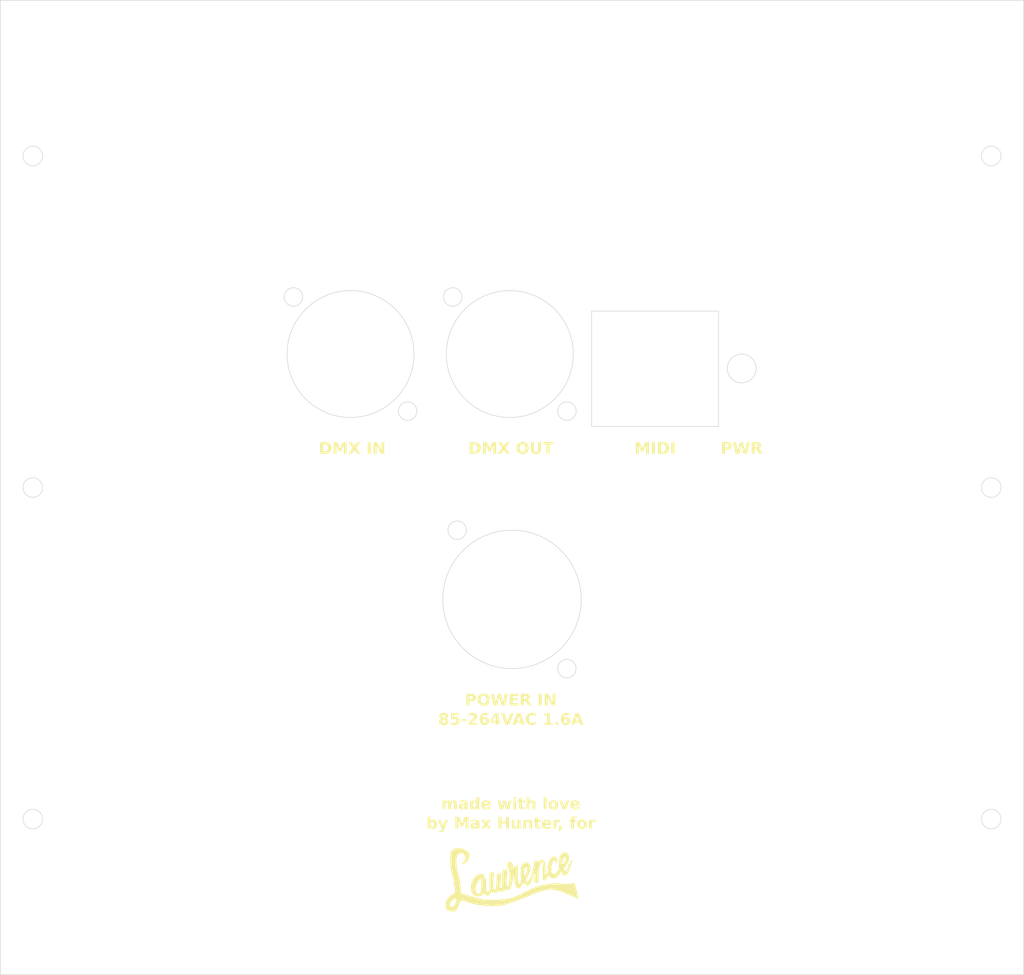
<source format=kicad_pcb>
(kicad_pcb (version 20240108) (generator "pcbnew") (generator_version "8.0")
  (layers (0 "F.Cu" signal) (31 "B.Cu" signal) (34 "B.Paste" user) (35 "F.Paste" user) (36 "B.SilkS" user "B.Silkscreen") (37 "F.SilkS" user "F.Silkscreen") (38 "B.Mask" user) (39 "F.Mask" user) (44 "Edge.Cuts" user))
  (net 0 "")
  (footprint "maxlibrary:lawrence_logo" (layer "F.Cu") (at 110.737211 173.5)
    (property "Reference" "G***" (hide yes))
    (property "Value" "LOGO" (hide yes))
    (fp_poly (pts (xy -4.0132 4.5974) (xy -4.0386 4.6228) (xy -4.064 4.5974) (xy -4.0386 4.572) (xy -4.0132 4.5974)) (stroke (width 0.01)) (fill solid) (layer "F.SilkS"))
    (fp_poly (pts (xy -5.655734 2.963333) (xy -5.662707 2.993533) (xy -5.6896 2.9972) (xy -5.731415 2.978613) (xy -5.723467 2.963333) (xy -5.663179 2.957253) (xy -5.655734 2.963333)) (stroke (width 0.01)) (fill solid) (layer "F.SilkS"))
    (fp_poly (pts (xy 7.2263 -0.186044) (xy 7.232681 -0.167503) (xy 7.1628 -0.160422) (xy 7.090682 -0.168405) (xy 7.0993 -0.186044) (xy 7.203305 -0.192754) (xy 7.2263 -0.186044)) (stroke (width 0.01)) (fill solid) (layer "F.SilkS"))
    (fp_poly (pts (xy -9.074906 -5.431907) (xy -8.860255 -5.421338) (xy -8.727624 -5.40466) (xy -8.6868 -5.3848) (xy -8.643327 -5.346613) (xy -8.5598 -5.334) (xy -8.464332 -5.316611) (xy -8.4328 -5.2832) (xy -8.389327 -5.245013) (xy -8.3058 -5.2324) (xy -8.210332 -5.215011) (xy -8.1788 -5.1816) (xy -8.137655 -5.136532) (xy -8.1026 -5.1308) (xy -8.034997 -5.10337) (xy -8.0264 -5.08) (xy -7.984921 -5.03574) (xy -7.945182 -5.0292) (xy -7.854726 -4.98725) (xy -7.720256 -4.866903) (xy -7.550803 -4.676418) (xy -7.525107 -4.645001) (xy -7.407162 -4.44049) (xy -7.366001 -4.236047) (xy -7.382543 -4.096869) (xy -7.423816 -3.935898) (xy -7.477289 -3.79264) (xy -7.530429 -3.706603) (xy -7.535168 -3.702721) (xy -7.573499 -3.646702) (xy -7.573539 -3.639221) (xy -7.58031 -3.473049) (xy -7.660296 -3.322027) (xy -7.716582 -3.256573) (xy -7.820263 -3.158588) (xy -7.902309 -3.103321) (xy -7.919782 -3.0988) (xy -7.973149 -3.068361) (xy -7.9756 -3.055773) (xy -8.010327 -2.97882) (xy -8.089983 -2.884403) (xy -8.177788 -2.811464) (xy -8.222859 -2.794) (xy -8.277485 -2.759131) (xy -8.2804 -2.7432) (xy -8.325468 -2.711389) (xy -8.438051 -2.693696) (xy -8.4836 -2.6924) (xy -8.613894 -2.698419) (xy -8.671815 -2.731031) (xy -8.68648 -2.812076) (xy -8.6868 -2.8448) (xy -8.67292 -2.953932) (xy -8.614843 -2.993766) (xy -8.563224 -2.9972) (xy -8.446983 -3.036253) (xy -8.407401 -3.0988) (xy -8.347318 -3.181251) (xy -8.293911 -3.2004) (xy -8.239943 -3.215572) (xy -8.244508 -3.232241) (xy -8.245795 -3.294381) (xy -8.205338 -3.401315) (xy -8.202174 -3.407518) (xy -8.150192 -3.563695) (xy -8.129743 -3.745585) (xy -8.140715 -3.916492) (xy -8.182994 -4.039718) (xy -8.204201 -4.064) (xy -8.268851 -4.152423) (xy -8.2804 -4.200849) (xy -8.323007 -4.309933) (xy -8.421743 -4.395863) (xy -8.505372 -4.4196) (xy -8.575272 -4.44594) (xy -8.5852 -4.4704) (xy -8.629344 -4.506069) (xy -8.735704 -4.521197) (xy -8.7376 -4.5212) (xy -8.844606 -4.535915) (xy -8.889989 -4.571368) (xy -8.89 -4.572) (xy -8.932548 -4.613275) (xy -8.9916 -4.6228) (xy -9.074149 -4.601527) (xy -9.0932 -4.572) (xy -9.132332 -4.523256) (xy -9.147629 -4.521201) (xy -9.222883 -4.491702) (xy -9.291116 -4.427383) (xy -9.317849 -4.364509) (xy -9.310915 -4.349448) (xy -9.325732 -4.324225) (xy -9.378443 -4.318) (xy -9.44905 -4.291138) (xy -9.504234 -4.197271) (xy -9.542085 -4.0767) (xy -9.59369 -3.887765) (xy -9.645099 -3.705026) (xy -9.659583 -3.654969) (xy -9.68409 -3.497191) (xy -9.693174 -3.264994) (xy -9.688559 -2.984103) (xy -9.671971 -2.680241) (xy -9.645135 -2.379131) (xy -9.609777 -2.106499) (xy -9.567621 -1.888067) (xy -9.533702 -1.778) (xy -9.487143 -1.622896) (xy -9.441897 -1.399159) (xy -9.41139 -1.1938) (xy -9.382943 -1.056999) (xy -9.344016 -0.967997) (xy -9.332971 -0.957226) (xy -9.290297 -0.886525) (xy -9.267438 -0.779426) (xy -9.246472 -0.638581) (xy -9.209686 -0.461933) (xy -9.196108 -0.4064) (xy -9.130817 -0.104907) (xy -9.067575 0.271202) (xy -9.00951 0.694947) (xy -8.959748 1.139348) (xy -8.921417 1.577427) (xy -8.897644 1.982204) (xy -8.891407 2.2225) (xy -8.88003 2.336352) (xy -8.828949 2.380775) (xy -8.7376 2.3876) (xy -8.630595 2.402314) (xy -8.585212 2.437767) (xy -8.5852 2.4384) (xy -8.540543 2.471977) (xy -8.430734 2.488761) (xy -8.4074 2.4892) (xy -8.28988 2.501959) (xy -8.231136 2.533333) (xy -8.2296 2.54) (xy -8.184943 2.573577) (xy -8.075134 2.590361) (xy -8.0518 2.5908) (xy -7.93428 2.603559) (xy -7.875536 2.634933) (xy -7.874 2.6416) (xy -7.829857 2.677268) (xy -7.723497 2.692396) (xy -7.7216 2.6924) (xy -7.614595 2.707114) (xy -7.569212 2.742567) (xy -7.5692 2.7432) (xy -7.525057 2.778868) (xy -7.418697 2.793996) (xy -7.4168 2.794) (xy -7.309795 2.808714) (xy -7.264412 2.844167) (xy -7.2644 2.8448) (xy -7.219333 2.876611) (xy -7.10675 2.894304) (xy -7.0612 2.8956) (xy -6.933956 2.906866) (xy -6.863182 2.935012) (xy -6.858 2.9464) (xy -6.813343 2.979977) (xy -6.703534 2.996761) (xy -6.6802 2.9972) (xy -6.56268 3.009959) (xy -6.503936 3.041333) (xy -6.5024 3.048) (xy -6.458927 3.086187) (xy -6.3754 3.0988) (xy -6.279932 3.116189) (xy -6.2484 3.1496) (xy -6.20296 3.17973) (xy -6.087836 3.197941) (xy -6.016802 3.2004) (xy -5.875608 3.210061) (xy -5.814981 3.236591) (xy -5.8166 3.2512) (xy -5.793736 3.284551) (xy -5.686421 3.301049) (xy -5.641799 3.302) (xy -5.513451 3.313113) (xy -5.441329 3.340922) (xy -5.4356 3.3528) (xy -5.388904 3.379287) (xy -5.265021 3.397442) (xy -5.102402 3.4036) (xy -4.916886 3.410569) (xy -4.81518 3.430398) (xy -4.8006 3.4544) (xy -4.761088 3.470738) (xy -4.621312 3.48397) (xy -4.382565 3.49405) (xy -4.046138 3.500936) (xy -3.613321 3.504584) (xy -3.302 3.5052) (xy -2.810928 3.503552) (xy -2.415456 3.49864) (xy -2.116876 3.490506) (xy -1.916478 3.479194) (xy -1.815555 3.464749) (xy -1.8034 3.4544) (xy -1.774199 3.42675) (xy -1.651929 3.409428) (xy -1.450799 3.4036) (xy -1.257713 3.397341) (xy -1.122998 3.380382) (xy -1.067243 3.355446) (xy -1.0668 3.3528) (xy -1.020869 3.32498) (xy -0.902386 3.306528) (xy -0.7874 3.302) (xy -0.605344 3.291846) (xy -0.517872 3.260619) (xy -0.508 3.238133) (xy -0.469938 3.198201) (xy -0.348786 3.188611) (xy -0.272923 3.192964) (xy -0.124546 3.196543) (xy -0.068469 3.175179) (xy -0.072721 3.15523) (xy -0.056653 3.114401) (xy 0.056514 3.098931) (xy 0.073201 3.0988) (xy 0.191907 3.086237) (xy 0.252133 3.055283) (xy 0.254 3.048) (xy 0.296675 3.007124) (xy 0.358598 2.9972) (xy 0.42884 2.977644) (xy 0.4318 2.9464) (xy 0.453261 2.911832) (xy 0.556754 2.895974) (xy 0.581201 2.8956) (xy 0.699907 2.883037) (xy 0.760133 2.852083) (xy 0.762 2.8448) (xy 0.805473 2.806612) (xy 0.889 2.794) (xy 0.984468 2.77661) (xy 1.016 2.7432) (xy 1.059473 2.705012) (xy 1.143 2.6924) (xy 1.238468 2.67501) (xy 1.27 2.6416) (xy 1.312547 2.600325) (xy 1.3716 2.5908) (xy 1.454148 2.569526) (xy 1.4732 2.54) (xy 1.515747 2.498725) (xy 1.5748 2.4892) (xy 1.657348 2.467926) (xy 1.6764 2.4384) (xy 1.718947 2.397125) (xy 1.778 2.3876) (xy 1.860548 2.366326) (xy 1.8796 2.3368) (xy 1.920745 2.291731) (xy 1.9558 2.286) (xy 2.023403 2.258569) (xy 2.032 2.2352) (xy 2.074547 2.193925) (xy 2.1336 2.1844) (xy 2.216148 2.163126) (xy 2.2352 2.1336) (xy 2.277747 2.092325) (xy 2.3368 2.0828) (xy 2.419348 2.061526) (xy 2.4384 2.032) (xy 2.480947 1.990725) (xy 2.54 1.9812) (xy 2.622548 1.959926) (xy 2.6416 1.9304) (xy 2.684147 1.889125) (xy 2.7432 1.8796) (xy 2.825748 1.858326) (xy 2.8448 1.8288) (xy 2.885945 1.783731) (xy 2.921 1.778) (xy 2.988603 1.750569) (xy 2.9972 1.7272) (xy 3.041464 1.692011) (xy 3.148632 1.676441) (xy 3.155035 1.6764) (xy 3.266128 1.661955) (xy 3.289046 1.615265) (xy 3.286672 1.608131) (xy 3.295045 1.560983) (xy 3.382837 1.563253) (xy 3.477022 1.561722) (xy 3.5052 1.529922) (xy 3.547689 1.483859) (xy 3.6068 1.4732) (xy 3.689348 1.451926) (xy 3.7084 1.4224) (xy 3.751873 1.384212) (xy 3.8354 1.3716) (xy 3.930868 1.35421) (xy 3.9624 1.3208) (xy 4.00711 1.287446) (xy 4.117277 1.270524) (xy 4.143198 1.27) (xy 4.258786 1.257966) (xy 4.295551 1.226134) (xy 4.2926 1.2192) (xy 4.310585 1.18153) (xy 4.391201 1.1684) (xy 4.488095 1.151376) (xy 4.5212 1.1176) (xy 4.565343 1.081931) (xy 4.671703 1.066803) (xy 4.6736 1.0668) (xy 4.780605 1.052085) (xy 4.825988 1.016632) (xy 4.826 1.016) (xy 4.872319 0.989002) (xy 4.993539 0.970678) (xy 5.133798 0.9652) (xy 5.308918 0.957711) (xy 5.40097 0.93654) (xy 5.4102 0.9144) (xy 5.439097 0.886369) (xy 5.560623 0.868741) (xy 5.750101 0.862822) (xy 5.945447 0.857774) (xy 6.044522 0.8431) (xy 6.052274 0.81796) (xy 6.0452 0.812799) (xy 6.040131 0.786348) (xy 6.126214 0.770023) (xy 6.307981 0.763109) (xy 6.3627 0.762777) (xy 6.558865 0.756277) (xy 6.696553 0.739402) (xy 6.755561 0.714802) (xy 6.7564 0.7112) (xy 6.805827 0.690956) (xy 6.948794 0.675441) (xy 7.177329 0.665152) (xy 7.483459 0.660588) (xy 7.5692 0.6604) (xy 7.893088 0.663489) (xy 8.14133 0.672424) (xy 8.305953 0.686708) (xy 8.378985 0.705841) (xy 8.382 0.7112) (xy 8.431581 0.730809) (xy 8.575613 0.745998) (xy 8.807022 0.756362) (xy 9.11874 0.761499) (xy 9.271 0.762) (xy 9.614161 0.759166) (xy 9.879967 0.750936) (xy 10.061348 0.737712) (xy 10.151233 0.7199) (xy 10.16 0.7112) (xy 10.204143 0.675531) (xy 10.310503 0.660403) (xy 10.3124 0.6604) (xy 10.419405 0.645685) (xy 10.464788 0.610232) (xy 10.4648 0.6096) (xy 10.509221 0.575045) (xy 10.617442 0.55895) (xy 10.630169 0.5588) (xy 10.743257 0.571448) (xy 10.810096 0.628255) (xy 10.862297 0.7493) (xy 10.910127 0.9141) (xy 10.956374 1.118028) (xy 10.974915 1.2192) (xy 11.021839 1.437652) (xy 11.088833 1.674704) (xy 11.123788 1.777282) (xy 11.181299 1.957526) (xy 11.21869 2.122026) (xy 11.2268 2.199722) (xy 11.243106 2.339106) (xy 11.273507 2.430753) (xy 11.309876 2.534148) (xy 11.344568 2.687678) (xy 11.353799 2.743199) (xy 11.384872 2.90224) (xy 11.422138 3.028725) (xy 11.434092 3.055646) (xy 11.482168 3.194108) (xy 11.446571 3.275629) (xy 11.3284 3.302) (xy 11.221394 3.287285) (xy 11.176011 3.251832) (xy 11.176 3.2512) (xy 11.132894 3.211728) (xy 11.060214 3.2004) (xy 10.940896 3.161291) (xy 10.871199 3.0988) (xy 10.768995 3.018834) (xy 10.682185 2.9972) (xy 10.592221 2.978287) (xy 10.5664 2.9464) (xy 10.523852 2.905125) (xy 10.4648 2.8956) (xy 10.382251 2.874326) (xy 10.3632 2.8448) (xy 10.319726 2.806612) (xy 10.2362 2.794) (xy 10.140731 2.77661) (xy 10.1092 2.7432) (xy 10.065726 2.705012) (xy 9.9822 2.6924) (xy 9.886731 2.67501) (xy 9.8552 2.6416) (xy 9.812652 2.600325) (xy 9.7536 2.5908) (xy 9.671051 2.569526) (xy 9.652 2.54) (xy 9.607856 2.504331) (xy 9.501496 2.489203) (xy 9.4996 2.4892) (xy 9.392594 2.474485) (xy 9.347211 2.439032) (xy 9.3472 2.4384) (xy 9.304652 2.397125) (xy 9.2456 2.3876) (xy 9.163051 2.366326) (xy 9.144 2.3368) (xy 9.099856 2.301131) (xy 8.993496 2.286003) (xy 8.9916 2.286) (xy 8.884594 2.271285) (xy 8.839211 2.235832) (xy 8.8392 2.2352) (xy 8.795726 2.197012) (xy 8.7122 2.1844) (xy 8.616731 2.16701) (xy 8.5852 2.1336) (xy 8.541726 2.095412) (xy 8.4582 2.0828) (xy 8.362731 2.06541) (xy 8.3312 2.032) (xy 8.286542 1.998422) (xy 8.176733 1.981638) (xy 8.1534 1.9812) (xy 8.035879 1.96844) (xy 7.977135 1.937066) (xy 7.9756 1.9304) (xy 7.931388 1.894998) (xy 7.824577 1.87962) (xy 7.820201 1.8796) (xy 7.718647 1.865841) (xy 7.695198 1.830542) (xy 7.6962 1.8288) (xy 7.667574 1.800604) (xy 7.546521 1.783246) (xy 7.366 1.778) (xy 7.169304 1.77153) (xy 7.057191 1.753016) (xy 7.0358 1.7272) (xy 7.007885 1.69834) (xy 6.88837 1.680966) (xy 6.731 1.6764) (xy 6.544282 1.683312) (xy 6.441458 1.702994) (xy 6.4262 1.7272) (xy 6.397574 1.755395) (xy 6.276521 1.772753) (xy 6.096 1.778) (xy 5.899304 1.784469) (xy 5.787191 1.802983) (xy 5.7658 1.8288) (xy 5.742935 1.862151) (xy 5.63562 1.878649) (xy 5.590998 1.8796) (xy 5.46265 1.890713) (xy 5.390528 1.918522) (xy 5.3848 1.9304) (xy 5.339732 1.962211) (xy 5.227149 1.979904) (xy 5.1816 1.9812) (xy 5.054355 1.992466) (xy 4.983581 2.020612) (xy 4.9784 2.032) (xy 4.933689 2.065353) (xy 4.823522 2.082275) (xy 4.797601 2.0828) (xy 4.682013 2.094833) (xy 4.645248 2.126665) (xy 4.6482 2.1336) (xy 4.626738 2.168167) (xy 4.523245 2.184025) (xy 4.498798 2.1844) (xy 4.380092 2.196962) (xy 4.319866 2.227916) (xy 4.318 2.2352) (xy 4.275452 2.276474) (xy 4.2164 2.286) (xy 4.133851 2.307273) (xy 4.1148 2.3368) (xy 4.070656 2.372468) (xy 3.964296 2.387596) (xy 3.9624 2.3876) (xy 3.855394 2.402314) (xy 3.810011 2.437767) (xy 3.81 2.4384) (xy 3.765856 2.474068) (xy 3.659496 2.489196) (xy 3.6576 2.4892) (xy 3.550594 2.503914) (xy 3.505211 2.539367) (xy 3.5052 2.54) (xy 3.461726 2.578187) (xy 3.3782 2.5908) (xy 3.282731 2.608189) (xy 3.2512 2.6416) (xy 3.210054 2.686668) (xy 3.175 2.6924) (xy 3.107396 2.71983) (xy 3.0988 2.7432) (xy 3.055326 2.781387) (xy 2.9718 2.794) (xy 2.876331 2.811389) (xy 2.8448 2.8448) (xy 2.802252 2.886074) (xy 2.7432 2.8956) (xy 2.660651 2.916873) (xy 2.6416 2.9464) (xy 2.599052 2.987674) (xy 2.54 2.9972) (xy 2.457451 3.018473) (xy 2.4384 3.048) (xy 2.394256 3.083668) (xy 2.287896 3.098796) (xy 2.286 3.0988) (xy 2.178994 3.113514) (xy 2.133611 3.148967) (xy 2.1336 3.1496) (xy 2.088942 3.183177) (xy 1.979133 3.199961) (xy 1.9558 3.2004) (xy 1.838279 3.213159) (xy 1.779535 3.244533) (xy 1.778 3.2512) (xy 1.734526 3.289387) (xy 1.651 3.302) (xy 1.555531 3.319389) (xy 1.524 3.3528) (xy 1.480436 3.390663) (xy 1.394001 3.4036) (xy 1.307571 3.419725) (xy 1.2954 3.4544) (xy 1.277414 3.492069) (xy 1.196798 3.5052) (xy 1.099904 3.522223) (xy 1.0668 3.556) (xy 1.024252 3.597274) (xy 0.9652 3.6068) (xy 0.882651 3.628073) (xy 0.8636 3.6576) (xy 0.818942 3.691177) (xy 0.709133 3.707961) (xy 0.6858 3.7084) (xy 0.568279 3.721159) (xy 0.509535 3.752533) (xy 0.508 3.7592) (xy 0.463788 3.794601) (xy 0.356977 3.809979) (xy 0.352601 3.81) (xy 0.251047 3.823758) (xy 0.227598 3.859057) (xy 0.2286 3.8608) (xy 0.205581 3.894018) (xy 0.09786 3.910573) (xy 0.0508 3.9116) (xy -0.079458 3.922175) (xy -0.129932 3.950817) (xy -0.127 3.9624) (xy -0.144986 4.000069) (xy -0.225602 4.0132) (xy -0.322496 4.030223) (xy -0.3556 4.064) (xy -0.400668 4.095811) (xy -0.513251 4.113504) (xy -0.5588 4.1148) (xy -0.686045 4.126066) (xy -0.756819 4.154212) (xy -0.762 4.1656) (xy -0.806144 4.201268) (xy -0.912504 4.216396) (xy -0.9144 4.2164) (xy -1.021406 4.231114) (xy -1.066789 4.266567) (xy -1.0668 4.2672) (xy -1.110944 4.302868) (xy -1.217304 4.317996) (xy -1.2192 4.318) (xy -1.326206 4.332714) (xy -1.371589 4.368167) (xy -1.3716 4.3688) (xy -1.417041 4.39893) (xy -1.532165 4.417141) (xy -1.603199 4.4196) (xy -1.744393 4.429261) (xy -1.80502 4.455791) (xy -1.8034 4.4704) (xy -1.839503 4.491253) (xy -1.973934 4.507949) (xy -2.2035 4.520264) (xy -2.525005 4.527977) (xy -2.651302 4.52948) (xy -2.96656 4.534076) (xy -3.181886 4.540967) (xy -3.296848 4.550122) (xy -3.311008 4.561512) (xy -3.2512 4.572) (xy -3.127045 4.588206) (xy -3.078023 4.598893) (xy -3.110948 4.605786) (xy -3.232635 4.610607) (xy -3.419299 4.614519) (xy -3.649082 4.613516) (xy -3.7903 4.600826) (xy -3.837186 4.577041) (xy -3.8354 4.572) (xy -3.869398 4.549214) (xy -4.000768 4.532961) (xy -4.225474 4.523564) (xy -4.4704 4.5212) (xy -4.767042 4.517534) (xy -4.973586 4.506754) (xy -5.085995 4.489182) (xy -5.1054 4.4704) (xy -5.135825 4.443933) (xy -5.260586 4.426754) (xy -5.472772 4.419725) (xy -5.5118 4.4196) (xy -5.736531 4.414171) (xy -5.874876 4.398462) (xy -5.919924 4.373337) (xy -5.9182 4.3688) (xy -5.946115 4.33994) (xy -6.06563 4.322566) (xy -6.223 4.318) (xy -6.409718 4.311087) (xy -6.512542 4.291405) (xy -6.5278 4.2672) (xy -6.552033 4.235038) (xy -6.662883 4.218108) (xy -6.731 4.2164) (xy -6.873621 4.206848) (xy -6.93557 4.180579) (xy -6.9342 4.1656) (xy -6.957065 4.132248) (xy -7.06438 4.11575) (xy -7.109002 4.1148) (xy -7.23735 4.103686) (xy -7.309472 4.075877) (xy -7.3152 4.064) (xy -7.359344 4.028331) (xy -7.465704 4.013203) (xy -7.4676 4.0132) (xy -7.574606 3.998485) (xy -7.619989 3.963032) (xy -7.62 3.9624) (xy -7.663474 3.924212) (xy -7.747 3.9116) (xy -7.842469 3.89421) (xy -7.874 3.8608) (xy -7.918144 3.825131) (xy -8.024504 3.810003) (xy -8.0264 3.81) (xy -8.133406 3.795285) (xy -8.178789 3.759832) (xy -8.1788 3.7592) (xy -8.222944 3.723531) (xy -8.329304 3.708403) (xy -8.3312 3.7084) (xy -8.438206 3.693685) (xy -8.483589 3.658232) (xy -8.4836 3.6576) (xy -8.526148 3.616325) (xy -8.5852 3.6068) (xy -8.667749 3.628073) (xy -8.6868 3.6576) (xy -8.729628 3.69799) (xy -8.795142 3.7084) (xy -8.917168 3.75154) (xy -9.027131 3.855944) (xy -9.089246 3.984081) (xy -9.0932 4.020972) (xy -9.113569 4.099241) (xy -9.138443 4.1148) (xy -9.175823 4.159152) (xy -9.206249 4.267206) (xy -9.208273 4.2799) (xy -9.251203 4.467351) (xy -9.318258 4.658092) (xy -9.39378 4.811357) (xy -9.432773 4.8644) (xy -9.499125 4.96661) (xy -9.525096 5.0295) (xy -9.569251 5.111397) (xy -9.6012 5.1308) (xy -9.649987 5.172667) (xy -9.6774 5.2324) (xy -9.733851 5.314775) (xy -9.782424 5.334) (xy -9.8478 5.362546) (xy -9.8552 5.3848) (xy -9.896346 5.429868) (xy -9.9314 5.4356) (xy -9.999004 5.46303) (xy -10.0076 5.4864) (xy -10.054876 5.511996) (xy -10.182847 5.529837) (xy -10.370734 5.537152) (xy -10.3886 5.5372) (xy -10.580577 5.530896) (xy -10.714385 5.513833) (xy -10.769244 5.488782) (xy -10.7696 5.4864) (xy -10.812148 5.445125) (xy -10.8712 5.4356) (xy -10.953749 5.414326) (xy -10.9728 5.3848) (xy -11.016382 5.347003) (xy -11.103429 5.334) (xy -11.224162 5.312877) (xy -11.324209 5.237096) (xy -11.425086 5.088036) (xy -11.458479 5.026716) (xy -11.510359 4.87627) (xy -11.54224 4.675404) (xy -11.554858 4.454197) (xy -10.808779 4.454197) (xy -10.736468 4.605477) (xy -10.7315 4.611794) (xy -10.644101 4.678646) (xy -10.530808 4.718239) (xy -10.426778 4.724676) (xy -10.367167 4.692056) (xy -10.3632 4.6736) (xy -10.321192 4.630742) (xy -10.272815 4.6228) (xy -10.1746 4.584471) (xy -10.1092 4.5212) (xy -10.031931 4.442735) (xy -9.979453 4.4196) (xy -9.92314 4.379141) (xy -9.91718 4.3561) (xy -9.894274 4.248233) (xy -9.850142 4.115893) (xy -9.798892 3.994714) (xy -9.754636 3.920326) (xy -9.74117 3.9116) (xy -9.718452 3.866889) (xy -9.705952 3.756185) (xy -9.70417 3.614627) (xy -9.713606 3.477357) (xy -9.733636 3.382354) (xy -9.80388 3.311948) (xy -9.915103 3.318766) (xy -10.044144 3.401236) (xy -10.046697 3.4036) (xy -10.142894 3.477282) (xy -10.21037 3.5052) (xy -10.290243 3.543999) (xy -10.403471 3.644672) (xy -10.528464 3.783632) (xy -10.643633 3.937292) (xy -10.714929 4.056411) (xy -10.801781 4.277251) (xy -10.808779 4.454197) (xy -11.554858 4.454197) (xy -11.555356 4.445472) (xy -11.550939 4.207829) (xy -11.530225 3.983826) (xy -11.494445 3.794819) (xy -11.444834 3.662161) (xy -11.382625 3.607205) (xy -11.376461 3.6068) (xy -11.329278 3.565175) (xy -11.304916 3.511233) (xy -11.249392 3.402318) (xy -11.174492 3.300261) (xy -11.101367 3.186022) (xy -11.0744 3.091027) (xy -11.038192 3.012752) (xy -10.993182 2.9972) (xy -10.909003 2.962299) (xy -10.799898 2.875454) (xy -10.7696 2.8448) (xy -10.668708 2.748892) (xy -10.591112 2.696007) (xy -10.576854 2.6924) (xy -10.515919 2.652105) (xy -10.499373 2.621785) (xy -10.463944 2.572267) (xy -10.383547 2.512074) (xy -10.242278 2.431093) (xy -10.024232 2.319213) (xy -10.020697 2.317448) (xy -9.965676 2.281871) (xy -9.931863 2.227363) (xy -9.914133 2.13144) (xy -9.907359 1.97162) (xy -9.906397 1.8161) (xy -9.91088 1.617849) (xy -9.923203 1.465153) (xy -9.941105 1.380995) (xy -9.950112 1.3716) (xy -9.984186 1.326573) (xy -10.017905 1.213275) (xy -10.028703 1.1557) (xy -10.090265 0.764804) (xy -10.136678 0.456929) (xy -10.17043 0.215036) (xy -10.193637 0.0254) (xy -10.216398 -0.125393) (xy -10.243174 -0.229099) (xy -10.257303 -0.254) (xy -10.285118 -0.31686) (xy -10.328217 -0.476943) (xy -10.386798 -0.735099) (xy -10.461055 -1.092174) (xy -10.519112 -1.3843) (xy -10.558957 -1.587014) (xy -10.603438 -1.812474) (xy -10.619232 -1.8923) (xy -10.642195 -2.053866) (xy -10.664978 -2.294239) (xy -10.686506 -2.590629) (xy -10.705703 -2.920247) (xy -10.721494 -3.260303) (xy -10.732804 -3.588009) (xy -10.738557 -3.880574) (xy -10.737679 -4.11521) (xy -10.730683 -4.2545) (xy -10.707516 -4.403459) (xy -10.675976 -4.500263) (xy -10.654543 -4.5212) (xy -10.627817 -4.564631) (xy -10.635268 -4.674946) (xy -10.636183 -4.679611) (xy -10.644904 -4.782363) (xy -10.612397 -4.870783) (xy -10.523076 -4.977192) (xy -10.464674 -5.035211) (xy -10.346372 -5.143655) (xy -10.255667 -5.215277) (xy -10.221957 -5.232401) (xy -10.165175 -5.269079) (xy -10.1092 -5.334) (xy -10.071273 -5.37545) (xy -10.015899 -5.403852) (xy -9.925208 -5.421634) (xy -9.781329 -5.431225) (xy -9.566391 -5.435051) (xy -9.361386 -5.4356) (xy -9.074906 -5.431907)) (stroke (width 0.01)) (fill solid) (layer "F.SilkS"))
    (fp_poly (pts (xy 9.333619 -4.7371) (xy 9.416626 -4.655815) (xy 9.471087 -4.6228) (xy 9.551053 -4.577973) (xy 9.644984 -4.460247) (xy 9.740163 -4.294757) (xy 9.82387 -4.106638) (xy 9.883389 -3.921026) (xy 9.905999 -3.76328) (xy 9.891329 -3.606541) (xy 9.854257 -3.456015) (xy 9.805192 -3.343824) (xy 9.756525 -3.302) (xy 9.729971 -3.258057) (xy 9.713441 -3.1623) (xy 9.688733 -3.054282) (xy 9.651562 -3.005667) (xy 9.609537 -2.947663) (xy 9.6012 -2.891367) (xy 9.58124 -2.811113) (xy 9.555369 -2.794) (xy 9.508739 -2.751284) (xy 9.458631 -2.647856) (xy 9.456412 -2.6416) (xy 9.406353 -2.536036) (xy 9.357969 -2.489325) (xy 9.356005 -2.4892) (xy 9.305993 -2.447215) (xy 9.249227 -2.345423) (xy 9.246128 -2.338077) (xy 9.167333 -2.188706) (xy 9.085516 -2.073942) (xy 9.017855 -1.953125) (xy 8.997021 -1.783558) (xy 8.998571 -1.718332) (xy 9.012707 -1.571346) (xy 9.039704 -1.515185) (xy 9.067869 -1.524058) (xy 9.149365 -1.53948) (xy 9.181923 -1.516557) (xy 9.248585 -1.511011) (xy 9.341183 -1.565836) (xy 9.43129 -1.655569) (xy 9.490477 -1.754748) (xy 9.4996 -1.801091) (xy 9.526325 -1.870163) (xy 9.5504 -1.8796) (xy 9.589963 -1.922678) (xy 9.6012 -1.994618) (xy 9.618232 -2.109019) (xy 9.661675 -2.26461) (xy 9.720047 -2.43026) (xy 9.781865 -2.574837) (xy 9.835648 -2.667211) (xy 9.855435 -2.683934) (xy 9.897628 -2.741936) (xy 9.906 -2.798234) (xy 9.928098 -2.878456) (xy 9.9568 -2.8956) (xy 9.998074 -2.938148) (xy 10.0076 -2.9972) (xy 10.039363 -3.079943) (xy 10.0838 -3.0988) (xy 10.151461 -3.122097) (xy 10.16 -3.141828) (xy 10.190816 -3.20867) (xy 10.261104 -3.300502) (xy 10.337623 -3.378101) (xy 10.381858 -3.4036) (xy 10.40444 -3.35939) (xy 10.413998 -3.252892) (xy 10.414 -3.2512) (xy 10.399285 -3.144195) (xy 10.363832 -3.098812) (xy 10.3632 -3.0988) (xy 10.327531 -3.054657) (xy 10.312403 -2.948297) (xy 10.3124 -2.9464) (xy 10.297685 -2.839395) (xy 10.262232 -2.794012) (xy 10.2616 -2.794) (xy 10.221118 -2.751201) (xy 10.2108 -2.686369) (xy 10.195396 -2.585758) (xy 10.155671 -2.433499) (xy 10.101356 -2.25873) (xy 10.042182 -2.090589) (xy 9.98788 -1.958214) (xy 9.94818 -1.89074) (xy 9.944198 -1.888067) (xy 9.912293 -1.82993) (xy 9.906 -1.773767) (xy 9.883901 -1.693545) (xy 9.8552 -1.6764) (xy 9.819531 -1.632257) (xy 9.804403 -1.525897) (xy 9.8044 -1.524) (xy 9.789685 -1.416995) (xy 9.754232 -1.371612) (xy 9.7536 -1.3716) (xy 9.712325 -1.329053) (xy 9.7028 -1.27) (xy 9.681526 -1.187452) (xy 9.652 -1.1684) (xy 9.607206 -1.127138) (xy 9.6012 -1.090507) (xy 9.559515 -0.982969) (xy 9.454546 -0.861065) (xy 9.316421 -0.750391) (xy 9.175268 -0.67654) (xy 9.094893 -0.6604) (xy 8.987158 -0.674966) (xy 8.940834 -0.710114) (xy 8.9408 -0.7112) (xy 8.901668 -0.759945) (xy 8.886371 -0.762) (xy 8.807079 -0.794575) (xy 8.765258 -0.828685) (xy 8.691925 -0.92719) (xy 8.609062 -1.072902) (xy 8.535471 -1.228016) (xy 8.489956 -1.354729) (xy 8.4836 -1.394977) (xy 8.467353 -1.465236) (xy 8.424815 -1.454224) (xy 8.365288 -1.375833) (xy 8.298074 -1.243952) (xy 8.232476 -1.072473) (xy 8.203201 -0.976268) (xy 8.144162 -0.85761) (xy 8.050937 -0.740356) (xy 7.978209 -0.651468) (xy 7.95934 -0.5931) (xy 7.961745 -0.589588) (xy 7.947214 -0.564407) (xy 7.8994 -0.5588) (xy 7.836655 -0.54541) (xy 7.837714 -0.527353) (xy 7.83605 -0.472646) (xy 7.774926 -0.407246) (xy 7.687782 -0.361592) (xy 7.649028 -0.355601) (xy 7.579128 -0.329261) (xy 7.5692 -0.3048) (xy 7.52142 -0.280109) (xy 7.389902 -0.262608) (xy 7.192379 -0.25437) (xy 7.134401 -0.254) (xy 6.910727 -0.259463) (xy 6.773372 -0.275267) (xy 6.72931 -0.300532) (xy 6.731 -0.304801) (xy 6.718283 -0.347288) (xy 6.676456 -0.3556) (xy 6.574114 -0.397466) (xy 6.466448 -0.501342) (xy 6.385214 -0.634647) (xy 6.373484 -0.666434) (xy 6.334225 -0.745167) (xy 6.285825 -0.742736) (xy 6.220478 -0.653688) (xy 6.1468 -0.508001) (xy 6.074352 -0.368256) (xy 6.013117 -0.276) (xy 5.985716 -0.254) (xy 5.951475 -0.211379) (xy 5.9436 -0.1524) (xy 5.923745 -0.06983) (xy 5.896223 -0.0508) (xy 5.844633 -0.008874) (xy 5.8166 0.0508) (xy 5.746336 0.126913) (xy 5.624653 0.153223) (xy 5.489499 0.128261) (xy 5.393871 0.067151) (xy 5.36806 0.03148) (xy 5.347702 -0.025781) (xy 5.33202 -0.116369) (xy 5.320238 -0.25202) (xy 5.311579 -0.444471) (xy 5.305268 -0.705459) (xy 5.300529 -1.046719) (xy 5.297282 -1.393349) (xy 5.292611 -1.858779) (xy 5.286449 -2.232391) (xy 5.277861 -2.523966) (xy 5.265914 -2.743283) (xy 5.249676 -2.900124) (xy 5.228213 -3.004269) (xy 5.200592 -3.065498) (xy 5.16588 -3.093591) (xy 5.134572 -3.0988) (xy 5.067217 -3.055842) (xy 4.985035 -2.947716) (xy 4.905611 -2.805545) (xy 4.84653 -2.660455) (xy 4.82526 -2.551342) (xy 4.807929 -2.452685) (xy 4.765009 -2.305022) (xy 4.740772 -2.2352) (xy 4.684405 -2.050614) (xy 4.631775 -1.828341) (xy 4.608299 -1.7018) (xy 4.586433 -1.497656) (xy 4.571549 -1.221065) (xy 4.563812 -0.900953) (xy 4.563384 -0.566247) (xy 4.570431 -0.245869) (xy 4.585117 0.031253) (xy 4.597706 0.1651) (xy 4.614303 0.329191) (xy 4.610483 0.416631) (xy 4.58037 0.451322) (xy 4.525901 0.4572) (xy 4.440833 0.477627) (xy 4.4196 0.508) (xy 4.373976 0.537282) (xy 4.257602 0.555639) (xy 4.171763 0.5588) (xy 4.053139 0.554568) (xy 3.961572 0.5346) (xy 3.89493 0.48798) (xy 3.851082 0.403795) (xy 3.827894 0.271132) (xy 3.823234 0.079078) (xy 3.834972 -0.18328) (xy 3.860974 -0.526857) (xy 3.891395 -0.8763) (xy 3.902589 -1.088863) (xy 3.8939 -1.222452) (xy 3.868879 -1.271727) (xy 3.83108 -1.231347) (xy 3.784055 -1.09597) (xy 3.773122 -1.0541) (xy 3.725609 -0.877525) (xy 3.676432 -0.714053) (xy 3.667052 -0.6858) (xy 3.614812 -0.530065) (xy 3.553014 -0.34173) (xy 3.490617 -0.148654) (xy 3.436583 0.021304) (xy 3.399872 0.140285) (xy 3.389659 0.17659) (xy 3.347826 0.25427) (xy 3.316614 0.292604) (xy 3.26128 0.385641) (xy 3.210159 0.521827) (xy 3.20709 0.532647) (xy 3.145801 0.671416) (xy 3.049793 0.809627) (xy 2.943923 0.91741) (xy 2.853047 0.9649) (xy 2.847109 0.9652) (xy 2.795924 1.002471) (xy 2.794 1.016) (xy 2.751452 1.057274) (xy 2.6924 1.0668) (xy 2.609851 1.045526) (xy 2.5908 1.016) (xy 2.548083 0.975253) (xy 2.485217 0.9652) (xy 2.392506 0.930186) (xy 2.267803 0.840277) (xy 2.1844 0.762) (xy 2.036733 0.622465) (xy 1.940034 0.566459) (xy 1.889705 0.592448) (xy 1.8796 0.6604) (xy 1.858326 0.742948) (xy 1.8288 0.762) (xy 1.784106 0.803303) (xy 1.778 0.840509) (xy 1.745034 0.930128) (xy 1.665554 1.037008) (xy 1.6637 1.038964) (xy 1.529072 1.190191) (xy 1.427087 1.323634) (xy 1.37495 1.416098) (xy 1.3716 1.432732) (xy 1.325285 1.453435) (xy 1.20421 1.468025) (xy 1.044823 1.4732) (xy 0.863468 1.469011) (xy 0.758706 1.451762) (xy 0.705707 1.414427) (xy 0.685799 1.3716) (xy 0.640192 1.289501) (xy 0.606176 1.27) (xy 0.576506 1.224924) (xy 0.560006 1.112322) (xy 0.5588 1.0668) (xy 0.54529 0.930617) (xy 0.509443 0.865869) (xy 0.499533 0.8636) (xy 0.462382 0.845957) (xy 0.468727 0.835138) (xy 0.472596 0.774229) (xy 0.452105 0.648126) (xy 0.426997 0.543038) (xy 0.396179 0.37454) (xy 0.372109 0.142737) (xy 0.358237 -0.114126) (xy 0.356202 -0.2413) (xy 0.353318 -0.457428) (xy 0.346004 -0.629738) (xy 0.33547 -0.736989) (xy 0.326571 -0.762) (xy 0.246104 -0.71397) (xy 0.182628 -0.579863) (xy 0.142623 -0.374659) (xy 0.137982 -0.326073) (xy 0.109486 -0.101961) (xy 0.055246 0.201365) (xy -0.021154 0.565842) (xy -0.116128 0.973409) (xy -0.135946 1.0541) (xy -0.174755 1.143065) (xy -0.209123 1.1684) (xy -0.248355 1.200036) (xy -0.247985 1.2065) (xy -0.255503 1.360754) (xy -0.311976 1.512157) (xy -0.39967 1.628192) (xy -0.500852 1.676343) (xy -0.504257 1.6764) (xy -0.540878 1.706852) (xy -0.5334 1.7272) (xy -0.544917 1.770689) (xy -0.581202 1.778) (xy -0.650708 1.804522) (xy -0.6604 1.8288) (xy -0.7051 1.8622) (xy -0.815191 1.879094) (xy -0.840563 1.8796) (xy -0.979686 1.860988) (xy -1.069718 1.786687) (xy -1.107263 1.727521) (xy -1.188972 1.608898) (xy -1.244389 1.582185) (xy -1.269116 1.648765) (xy -1.27 1.6764) (xy -1.291274 1.758948) (xy -1.3208 1.778) (xy -1.362075 1.820547) (xy -1.3716 1.8796) (xy -1.403364 1.962342) (xy -1.4478 1.9812) (xy -1.515404 2.00863) (xy -1.524 2.032) (xy -1.570655 2.058546) (xy -1.694244 2.07672) (xy -1.8542 2.0828) (xy -2.022355 2.076503) (xy -2.141285 2.060027) (xy -2.1844 2.037924) (xy -2.225577 1.985587) (xy -2.2733 1.961692) (xy -2.385273 1.918384) (xy -2.4257 1.900733) (xy -2.478497 1.913634) (xy -2.4892 1.965663) (xy -2.51755 2.07851) (xy -2.568281 2.173096) (xy -2.622447 2.232833) (xy -2.698131 2.267018) (xy -2.822255 2.282468) (xy -3.014266 2.286) (xy -3.214234 2.281572) (xy -3.338861 2.264283) (xy -3.414176 2.228126) (xy -3.4544 2.1844) (xy -3.535113 2.105708) (xy -3.592615 2.0828) (xy -3.645346 2.125198) (xy -3.6576 2.1844) (xy -3.675671 2.266995) (xy -3.700685 2.286) (xy -3.74581 2.328043) (xy -3.808849 2.433933) (xy -3.8354 2.4892) (xy -3.927352 2.63996) (xy -4.021877 2.692376) (xy -4.023914 2.6924) (xy -4.089163 2.713258) (xy -4.0894 2.7432) (xy -4.113633 2.775361) (xy -4.224483 2.792291) (xy -4.2926 2.794) (xy -4.435221 2.784448) (xy -4.49717 2.758179) (xy -4.4958 2.7432) (xy -4.502638 2.696515) (xy -4.523221 2.6924) (xy -4.592443 2.65802) (xy -4.692876 2.572312) (xy -4.7244 2.54) (xy -4.835685 2.44298) (xy -4.935985 2.39059) (xy -4.956449 2.3876) (xy -5.017248 2.401023) (xy -5.015654 2.41808) (xy -5.027068 2.469382) (xy -5.09548 2.556233) (xy -5.19559 2.654607) (xy -5.302096 2.740474) (xy -5.389696 2.789809) (xy -5.411505 2.794) (xy -5.465386 2.818207) (xy -5.461 2.8448) (xy -5.492356 2.87034) (xy -5.618935 2.887352) (xy -5.834663 2.895155) (xy -5.915202 2.8956) (xy -6.143835 2.890562) (xy -6.308184 2.876528) (xy -6.392769 2.855119) (xy -6.4008 2.8448) (xy -6.441946 2.799731) (xy -6.477 2.794) (xy -6.544604 2.766569) (xy -6.5532 2.7432) (xy -6.59345 2.696245) (xy -6.618186 2.6924) (xy -6.694378 2.654562) (xy -6.757886 2.586061) (xy -6.852135 2.460596) (xy -6.922884 2.373493) (xy -6.999337 2.253609) (xy -7.032343 2.162332) (xy -7.088241 1.845542) (xy -7.125016 1.603404) (xy -7.125413 1.599567) (xy -6.35 1.599567) (xy -6.328812 1.849342) (xy -6.271215 2.07276) (xy -6.186165 2.249776) (xy -6.082614 2.360342) (xy -5.998029 2.3876) (xy -5.945802 2.424122) (xy -5.9436 2.4384) (xy -5.904195 2.481313) (xy -5.813061 2.484997) (xy -5.710819 2.452577) (xy -5.660572 2.416628) (xy -5.60013 2.332921) (xy -5.588 2.292152) (xy -5.549745 2.223388) (xy -5.518642 2.199624) (xy -5.468207 2.147266) (xy -5.429063 2.049202) (xy -5.399854 1.894606) (xy -5.379223 1.672653) (xy -5.365812 1.37252) (xy -5.358266 0.98338) (xy -5.357534 0.9144) (xy -5.352601 0.618636) (xy -5.344301 0.354069) (xy -5.333524 0.139195) (xy -5.321155 -0.007488) (xy -5.310629 -0.0635) (xy -5.302402 -0.133022) (xy -5.375371 -0.152384) (xy -5.379365 -0.1524) (xy -5.464821 -0.132099) (xy -5.4864 -0.1016) (xy -5.525286 -0.052542) (xy -5.538894 -0.0508) (xy -5.629785 -0.009494) (xy -5.746856 0.097694) (xy -5.871059 0.245666) (xy -5.983349 0.409326) (xy -6.064678 0.563576) (xy -6.096 0.683277) (xy -6.11964 0.752527) (xy -6.140953 0.762) (xy -6.190393 0.80852) (xy -6.241932 0.931635) (xy -6.289414 1.106675) (xy -6.326682 1.308972) (xy -6.347579 1.513855) (xy -6.35 1.599567) (xy -7.125413 1.599567) (xy -7.144932 1.411247) (xy -7.150254 1.244399) (xy -7.143244 1.078188) (xy -7.137942 1.011498) (xy -7.107314 0.780425) (xy -7.060351 0.567435) (xy -7.003913 0.394467) (xy -6.94486 0.28346) (xy -6.901085 0.254) (xy -6.863178 0.212577) (xy -6.858 0.175277) (xy -6.830796 0.064469) (xy -6.763841 -0.083232) (xy -6.691653 -0.2032) (xy -5.2324 -0.2032) (xy -5.191255 -0.158132) (xy -5.1562 -0.1524) (xy -5.088597 -0.179831) (xy -5.08 -0.2032) (xy -5.121146 -0.248269) (xy -5.1562 -0.254) (xy -5.223804 -0.22657) (xy -5.2324 -0.2032) (xy -6.691653 -0.2032) (xy -6.67912 -0.224028) (xy -6.622813 -0.293245) (xy -6.564135 -0.373794) (xy -6.5532 -0.410029) (xy -6.51288 -0.453651) (xy -6.488215 -0.4572) (xy -6.410843 -0.494716) (xy -6.35 -0.558801) (xy -6.269288 -0.637492) (xy -6.211786 -0.6604) (xy -6.15172 -0.691864) (xy -6.1468 -0.7112) (xy -6.104253 -0.752475) (xy -6.0452 -0.762) (xy -5.962652 -0.783274) (xy -5.9436 -0.8128) (xy -5.900037 -0.850664) (xy -5.813602 -0.8636) (xy -5.727172 -0.879726) (xy -5.715 -0.9144) (xy -5.697015 -0.95207) (xy -5.616399 -0.9652) (xy -5.519505 -0.982224) (xy -5.4864 -1.016) (xy -5.443371 -1.054448) (xy -5.337065 -1.064937) (xy -5.201653 -1.048253) (xy -5.074141 -1.006529) (xy -4.966909 -0.907605) (xy -4.881832 -0.739603) (xy -4.832736 -0.534704) (xy -4.826 -0.428972) (xy -4.789186 -0.281473) (xy -4.695617 -0.179833) (xy -4.601029 -0.1524) (xy -4.572689 -0.151721) (xy -4.551199 -0.141542) (xy -4.535724 -0.109655) (xy -4.525425 -0.04385) (xy -4.519467 0.068083) (xy -4.517012 0.238351) (xy -4.517224 0.479166) (xy -4.519266 0.802736) (xy -4.520845 1.017585) (xy -4.522293 1.330535) (xy -4.520212 1.558528) (xy -4.5129 1.718192) (xy -4.498653 1.826154) (xy -4.47577 1.899041) (xy -4.442546 1.953481) (xy -4.422499 1.977858) (xy -4.349049 2.075041) (xy -4.318006 2.140928) (xy -4.318 2.141372) (xy -4.287215 2.185537) (xy -4.220685 2.173368) (xy -4.157154 2.117628) (xy -4.1402 2.0828) (xy -4.095424 2.000725) (xy -4.062535 1.9812) (xy -4.018675 1.950095) (xy -3.983619 1.852705) (xy -3.956855 1.682915) (xy -3.937871 1.434611) (xy -3.926156 1.101679) (xy -3.921197 0.678004) (xy -3.921598 0.298104) (xy -3.928227 -1.003992) (xy -3.802804 -1.124296) (xy -3.629152 -1.264103) (xy -3.464608 -1.349972) (xy -3.326013 -1.378223) (xy -3.23021 -1.345173) (xy -3.194335 -1.2573) (xy -3.191423 -1.027248) (xy -3.202436 -0.772105) (xy -3.224539 -0.532829) (xy -3.254897 -0.35038) (xy -3.257934 -0.338162) (xy -3.275688 -0.218431) (xy -3.290432 -0.020797) (xy -3.300986 0.231061) (xy -3.30617 0.513463) (xy -3.306462 0.635439) (xy -3.303412 0.9567) (xy -3.295049 1.194502) (xy -3.279701 1.36692) (xy -3.255696 1.492028) (xy -3.221362 1.587903) (xy -3.21762 1.595901) (xy -3.126874 1.738556) (xy -3.039553 1.784962) (xy -2.957553 1.740459) (xy -2.882773 1.610387) (xy -2.81711 1.400086) (xy -2.762462 1.114897) (xy -2.720726 0.760157) (xy -2.6938 0.341208) (xy -2.686304 0.100824) (xy -2.677319 -0.188196) (xy -2.663585 -0.456032) (xy -2.64669 -0.67936) (xy -2.628217 -0.834854) (xy -2.619861 -0.8763) (xy -2.578228 -1.000718) (xy -2.517971 -1.054431) (xy -2.402426 -1.066719) (xy -2.381339 -1.0668) (xy -2.251936 -1.082253) (xy -2.17681 -1.120722) (xy -2.171852 -1.129847) (xy -2.136201 -1.1607) (xy -2.070714 -1.112771) (xy -2.004727 -0.987506) (xy -1.964459 -0.778556) (xy -1.951091 -0.500829) (xy -1.965802 -0.169232) (xy -1.982637 0) (xy -2.030642 0.437109) (xy -2.061738 0.783212) (xy -2.075602 1.04754) (xy -2.071915 1.239323) (xy -2.050354 1.367791) (xy -2.010599 1.442176) (xy -1.952328 1.471707) (xy -1.931391 1.4732) (xy -1.874189 1.460988) (xy -1.828045 1.418088) (xy -1.79182 1.335098) (xy -1.764373 1.202622) (xy -1.744566 1.011257) (xy -1.731259 0.751607) (xy -1.723312 0.41427) (xy -1.719586 -0.010152) (xy -1.718928 -0.2794) (xy -1.717732 -0.666263) (xy -1.714168 -0.965169) (xy -1.707039 -1.189755) (xy -1.695148 -1.353659) (xy -1.677301 -1.470517) (xy -1.652299 -1.553966) (xy -1.618948 -1.617643) (xy -1.599044 -1.645961) (xy -1.520322 -1.72803) (xy -1.421142 -1.76725) (xy -1.263064 -1.777947) (xy -1.244763 -1.778) (xy -1.074083 -1.767569) (xy -0.974092 -1.730207) (xy -0.928341 -1.679845) (xy -0.893693 -1.570861) (xy -0.869948 -1.393133) (xy -0.85781 -1.179004) (xy -0.857985 -0.960818) (xy -0.871179 -0.770918) (xy -0.898098 -0.641647) (xy -0.905339 -0.62564) (xy -0.930566 -0.52591) (xy -0.949033 -0.348667) (xy -0.960725 -0.117775) (xy -0.965631 0.142905) (xy -0.963738 0.409508) (xy -0.955031 0.658172) (xy -0.939498 0.865034) (xy -0.917127 1.00623) (xy -0.906246 1.039009) (xy -0.832703 1.149929) (xy -0.759733 1.167372) (xy -0.689631 1.099446) (xy -0.62469 0.95426) (xy -0.567205 0.739923) (xy -0.51947 0.464544) (xy -0.48378 0.13623) (xy -0.462427 -0.23691) (xy -0.4572 -0.548105) (xy -0.458746 -0.856421) (xy -0.464725 -1.082514) (xy -0.477151 -1.24573) (xy -0.49804 -1.365417) (xy -0.529405 -1.460923) (xy -0.5588 -1.524) (xy -0.621824 -1.664516) (xy -0.657442 -1.77686) (xy -0.6604 -1.801377) (xy -0.684133 -1.870313) (xy -0.705278 -1.8796) (xy -0.75052 -1.924347) (xy -0.784333 -2.032) (xy -0.3556 -2.032) (xy -0.339634 -1.920448) (xy -0.280227 -1.881173) (xy -0.254 -1.8796) (xy -0.171622 -1.909604) (xy -0.1524 -1.951646) (xy -0.178089 -2.088713) (xy -0.243143 -2.172437) (xy -0.284836 -2.1844) (xy -0.339492 -2.138627) (xy -0.3556 -2.032) (xy -0.784333 -2.032) (xy -0.793474 -2.061099) (xy -0.835124 -2.293623) (xy -0.857689 -2.46253) (xy -0.875452 -2.634091) (xy -0.868978 -2.742393) (xy -0.827996 -2.824811) (xy -0.742236 -2.918723) (xy -0.728557 -2.93243) (xy -0.562089 -3.060249) (xy -0.408094 -3.0988) (xy -0.300359 -3.084235) (xy -0.254035 -3.049087) (xy -0.254 -3.048) (xy -0.213104 -3.002366) (xy -0.181224 -2.9972) (xy -0.10879 -2.954893) (xy -0.0762 -2.8956) (xy -0.030593 -2.813502) (xy 0.003423 -2.794) (xy 0.036692 -2.749842) (xy 0.050796 -2.643452) (xy 0.0508 -2.6416) (xy 0.065514 -2.534595) (xy 0.100967 -2.489212) (xy 0.1016 -2.4892) (xy 0.140249 -2.445857) (xy 0.1524 -2.366355) (xy 0.170923 -2.207088) (xy 0.219739 -2.105748) (xy 0.266176 -2.0828) (xy 0.335335 -2.119456) (xy 0.422086 -2.203434) (xy 0.490415 -2.295748) (xy 0.508 -2.344573) (xy 0.547677 -2.385465) (xy 0.565541 -2.3876) (xy 0.638462 -2.422687) (xy 0.716016 -2.494754) (xy 0.789988 -2.565511) (xy 0.845827 -2.56022) (xy 0.885762 -2.525095) (xy 0.909626 -2.487641) (xy 0.92801 -2.421154) (xy 0.941523 -2.31403) (xy 0.950774 -2.154659) (xy 0.956374 -1.931434) (xy 0.958933 -1.632749) (xy 0.95906 -1.246995) (xy 0.958782 -1.135242) (xy 0.958897 -0.773518) (xy 0.961195 -0.439981) (xy 0.965399 -0.149788) (xy 0.971229 0.081904) (xy 0.978406 0.239939) (xy 0.9853 0.3048) (xy 1.017238 0.44942) (xy 1.046858 0.5969) (xy 1.084821 0.714217) (xy 1.154765 0.758413) (xy 1.203082 0.762) (xy 1.327814 0.735962) (xy 1.395108 0.694948) (xy 1.440062 0.601476) (xy 1.479186 0.432833) (xy 1.510163 0.215387) (xy 1.530675 -0.024494) (xy 1.538407 -0.260442) (xy 1.531042 -0.466088) (xy 1.509289 -0.604578) (xy 1.489961 -0.724184) (xy 1.475944 -0.907149) (xy 1.472972 -0.98333) (xy 2.038307 -0.98333) (xy 2.060645 -0.751591) (xy 2.061038 -0.7493) (xy 2.096628 -0.608061) (xy 2.139852 -0.566894) (xy 2.194678 -0.624341) (xy 2.227045 -0.688191) (xy 2.27137 -0.810749) (xy 2.286 -0.891391) (xy 2.312334 -0.957473) (xy 2.333376 -0.9652) (xy 2.379886 -0.997664) (xy 2.421661 -1.104632) (xy 2.458858 -1.27) (xy 2.491046 -1.408444) (xy 2.535233 -1.568429) (xy 2.537053 -1.574465) (xy 2.572654 -1.746601) (xy 2.590363 -1.9392) (xy 2.5908 -1.968165) (xy 2.583331 -2.106251) (xy 2.5527 -2.169573) (xy 2.4892 -2.1844) (xy 2.406651 -2.163127) (xy 2.3876 -2.1336) (xy 2.346917 -2.087506) (xy 2.317563 -2.0828) (xy 2.241287 -2.035393) (xy 2.171714 -1.906664) (xy 2.112736 -1.716854) (xy 2.068246 -1.486202) (xy 2.042139 -1.234947) (xy 2.038307 -0.98333) (xy 1.472972 -0.98333) (xy 1.467166 -1.132151) (xy 1.463558 -1.377872) (xy 1.46505 -1.62299) (xy 1.47157 -1.846185) (xy 1.48305 -2.026137) (xy 1.499419 -2.141525) (xy 1.514456 -2.172753) (xy 1.561293 -2.233058) (xy 1.5748 -2.313244) (xy 1.60021 -2.474993) (xy 1.664839 -2.609447) (xy 1.751282 -2.685382) (xy 1.786154 -2.6924) (xy 1.864168 -2.715323) (xy 1.8796 -2.7432) (xy 1.920949 -2.787783) (xy 1.958798 -2.794) (xy 2.011378 -2.818628) (xy 2.0066 -2.8448) (xy 2.022154 -2.884785) (xy 2.079801 -2.8956) (xy 2.163964 -2.916327) (xy 2.1844 -2.9464) (xy 2.229804 -2.976696) (xy 2.344682 -2.99487) (xy 2.413 -2.9972) (xy 2.549331 -2.987111) (xy 2.63111 -2.961582) (xy 2.6416 -2.9464) (xy 2.684966 -2.907833) (xy 2.765176 -2.8956) (xy 2.881417 -2.856548) (xy 2.921 -2.794) (xy 2.97355 -2.711715) (xy 3.016915 -2.6924) (xy 3.052152 -2.646626) (xy 3.091358 -2.528543) (xy 3.129146 -2.36701) (xy 3.160128 -2.190886) (xy 3.178915 -2.029029) (xy 3.180119 -1.910301) (xy 3.17014 -1.871738) (xy 3.142291 -1.789935) (xy 3.117739 -1.661758) (xy 3.117578 -1.660587) (xy 3.085472 -1.482486) (xy 3.041512 -1.307752) (xy 2.994171 -1.163989) (xy 2.951922 -1.078802) (xy 2.935309 -1.0668) (xy 2.90302 -1.024161) (xy 2.8956 -0.9652) (xy 2.876961 -0.882613) (xy 2.85115 -0.8636) (xy 2.810763 -0.819834) (xy 2.777444 -0.717324) (xy 2.728978 -0.581348) (xy 2.669494 -0.492352) (xy 2.604986 -0.393598) (xy 2.5908 -0.333829) (xy 2.57094 -0.263505) (xy 2.5527 -0.253418) (xy 2.498518 -0.208725) (xy 2.43892 -0.099779) (xy 2.387541 0.037876) (xy 2.358015 0.168695) (xy 2.360324 0.248091) (xy 2.430437 0.337964) (xy 2.545394 0.352937) (xy 2.684123 0.295425) (xy 2.799018 0.197827) (xy 2.890264 0.091114) (xy 2.941996 0.013098) (xy 2.9464 -0.001744) (xy 2.978442 -0.068806) (xy 3.016713 -0.113856) (xy 3.107642 -0.239134) (xy 3.207471 -0.430749) (xy 3.300782 -0.656393) (xy 3.356344 -0.8255) (xy 3.402646 -0.964358) (xy 3.443937 -1.051587) (xy 3.460375 -1.0668) (xy 3.48736 -1.111912) (xy 3.514412 -1.2254) (xy 3.523131 -1.2827) (xy 3.564472 -1.569776) (xy 3.601384 -1.760698) (xy 3.635052 -1.860758) (xy 3.656477 -1.8796) (xy 3.679328 -1.926094) (xy 3.703993 -2.04879) (xy 3.725587 -2.222512) (xy 3.727947 -2.2479) (xy 3.759216 -2.599759) (xy 3.785228 -2.863313) (xy 3.811579 -3.051277) (xy 3.843867 -3.176365) (xy 3.887687 -3.25129) (xy 3.948638 -3.288767) (xy 4.032316 -3.301511) (xy 4.144317 -3.302234) (xy 4.191967 -3.302) (xy 4.5212 -3.302) (xy 4.5212 -3.14917) (xy 4.527895 -3.046803) (xy 4.561845 -3.027538) (xy 4.6228 -3.05979) (xy 4.702667 -3.135609) (xy 4.7244 -3.190849) (xy 4.766631 -3.294496) (xy 4.863913 -3.378521) (xy 4.949371 -3.403601) (xy 5.019271 -3.42994) (xy 5.0292 -3.4544) (xy 5.069689 -3.500168) (xy 5.167531 -3.509516) (xy 5.287281 -3.487399) (xy 5.393497 -3.438772) (xy 5.437085 -3.397376) (xy 5.52075 -3.286457) (xy 5.5753 -3.223205) (xy 5.618337 -3.129917) (xy 5.638576 -2.990905) (xy 5.6388 -2.975429) (xy 5.651321 -2.856475) (xy 5.682189 -2.79594) (xy 5.6896 -2.794) (xy 5.709413 -2.744467) (xy 5.724709 -2.600767) (xy 5.735053 -2.370253) (xy 5.740014 -2.060276) (xy 5.7404 -1.9304) (xy 5.743313 -1.593568) (xy 5.751766 -1.333547) (xy 5.765326 -1.157689) (xy 5.78356 -1.073346) (xy 5.7912 -1.0668) (xy 5.826868 -1.022657) (xy 5.841996 -0.916297) (xy 5.842 -0.9144) (xy 5.856714 -0.807395) (xy 5.892167 -0.762012) (xy 5.8928 -0.762) (xy 5.934074 -0.804548) (xy 5.9436 -0.8636) (xy 5.961223 -0.946202) (xy 5.98561 -0.9652) (xy 6.013377 -1.01182) (xy 6.045739 -1.135644) (xy 6.078923 -1.312625) (xy 6.109159 -1.518711) (xy 6.132675 -1.729854) (xy 6.1457 -1.922004) (xy 6.147135 -1.995236) (xy 6.155385 -2.164881) (xy 6.177452 -2.360733) (xy 6.208695 -2.557261) (xy 6.244474 -2.728934) (xy 6.280148 -2.850222) (xy 6.310785 -2.895601) (xy 6.33833 -2.939789) (xy 6.349997 -3.046242) (xy 6.35 -3.048) (xy 6.364714 -3.155006) (xy 6.400167 -3.200389) (xy 6.4008 -3.2004) (xy 6.442074 -3.242948) (xy 6.4516 -3.302) (xy 6.472873 -3.384549) (xy 6.5024 -3.4036) (xy 6.544756 -3.445786) (xy 6.5532 -3.497428) (xy 6.585691 -3.603496) (xy 6.662591 -3.71557) (xy 6.753037 -3.794634) (xy 6.800458 -3.81) (xy 6.855084 -3.84487) (xy 6.858 -3.8608) (xy 6.900547 -3.902075) (xy 6.9596 -3.9116) (xy 7.042148 -3.932874) (xy 7.0612 -3.9624) (xy 7.107142 -3.990166) (xy 7.225703 -4.008618) (xy 7.34187 -4.0132) (xy 7.503039 -4.009934) (xy 7.590396 -3.991066) (xy 7.631709 -3.942998) (xy 7.65302 -3.8608) (xy 7.685647 -3.7541) (xy 7.722006 -3.708426) (xy 7.722735 -3.7084) (xy 7.750836 -3.662574) (xy 7.785842 -3.542826) (xy 7.817985 -3.386739) (xy 7.851606 -3.191277) (xy 7.867429 -3.07531) (xy 7.864381 -3.018121) (xy 7.841387 -2.99899) (xy 7.7978 -2.9972) (xy 7.730196 -2.96977) (xy 7.7216 -2.9464) (xy 7.694798 -2.896171) (xy 7.628166 -2.9114) (xy 7.542358 -2.975914) (xy 7.458032 -3.07354) (xy 7.395844 -3.188104) (xy 7.389484 -3.206434) (xy 7.317545 -3.285648) (xy 7.245699 -3.302) (xy 7.157178 -3.272704) (xy 7.074471 -3.172876) (xy 7.020522 -3.072042) (xy 6.954861 -2.920449) (xy 6.914291 -2.795172) (xy 6.908035 -2.754542) (xy 6.890869 -2.65277) (xy 6.849072 -2.507272) (xy 6.834064 -2.4638) (xy 6.793485 -2.298152) (xy 6.767929 -2.086377) (xy 6.757432 -1.855858) (xy 6.762028 -1.633975) (xy 6.781752 -1.448108) (xy 6.816638 -1.32564) (xy 6.8326 -1.302658) (xy 6.895163 -1.215079) (xy 6.9088 -1.1684) (xy 6.954716 -1.064734) (xy 7.07489 -0.991551) (xy 7.235371 -0.9652) (xy 7.354325 -0.977722) (xy 7.41486 -1.00859) (xy 7.4168 -1.016) (xy 7.457945 -1.061069) (xy 7.493 -1.0668) (xy 7.560616 -1.093333) (xy 7.5692 -1.115907) (xy 7.602443 -1.177986) (xy 7.686871 -1.280076) (xy 7.742484 -1.338299) (xy 7.868697 -1.475849) (xy 7.958555 -1.609942) (xy 8.019631 -1.763483) (xy 8.0595 -1.959381) (xy 8.085733 -2.220541) (xy 8.097799 -2.413) (xy 8.116193 -2.699274) (xy 8.128238 -2.851546) (xy 8.686342 -2.851546) (xy 8.716956 -2.73674) (xy 8.786289 -2.692425) (xy 8.7884 -2.6924) (xy 8.870971 -2.71217) (xy 8.89 -2.739572) (xy 8.922285 -2.811484) (xy 8.960313 -2.857056) (xy 9.062106 -2.996207) (xy 9.161874 -3.191844) (xy 9.240289 -3.40034) (xy 9.277646 -3.573365) (xy 9.268444 -3.746977) (xy 9.213054 -3.854288) (xy 9.121725 -3.882527) (xy 9.051697 -3.854818) (xy 8.949022 -3.75427) (xy 8.856773 -3.599298) (xy 8.779664 -3.410719) (xy 8.722412 -3.209355) (xy 8.689733 -3.016024) (xy 8.686342 -2.851546) (xy 8.128238 -2.851546) (xy 8.13944 -2.993156) (xy 8.164176 -3.254775) (xy 8.181389 -3.4036) (xy 8.206146 -3.615283) (xy 8.223745 -3.809665) (xy 8.230516 -3.94596) (xy 8.230509 -3.9497) (xy 8.248851 -4.075776) (xy 8.30583 -4.1148) (xy 8.368653 -4.156783) (xy 8.382 -4.211028) (xy 8.415173 -4.304098) (xy 8.496384 -4.423141) (xy 8.598164 -4.535897) (xy 8.693048 -4.610105) (xy 8.732581 -4.6228) (xy 8.785889 -4.658566) (xy 8.7884 -4.6736) (xy 8.833404 -4.705687) (xy 8.945563 -4.723265) (xy 8.987366 -4.7244) (xy 9.123872 -4.739419) (xy 9.203044 -4.777612) (xy 9.209127 -4.7879) (xy 9.251323 -4.807718) (xy 9.333619 -4.7371)) (stroke (width 0.01)) (fill solid) (layer "F.SilkS"))
  )
  (gr_circle (center 150.520617 84.85) (end 153.020617 84.85) (stroke (width 0.1)) (fill none) (layer "Edge.Cuts"))
  (gr_circle (center 193.77052 48) (end 195.47052 48) (stroke (width 0.1)) (fill none) (layer "Edge.Cuts"))
  (gr_circle (center 27.630714 105.5) (end 29.330714 105.5) (stroke (width 0.1)) (fill none) (layer "Edge.Cuts"))
  (gr_circle (center 101.200617 112.9) (end 102.800617 112.9) (stroke (width 0.1)) (fill none) (layer "Edge.Cuts"))
  (gr_line (start 22 21) (end 22 190) (stroke (width 0.1)) (layer "Edge.Cuts"))
  (gr_circle (center 82.710617 82.35) (end 93.710617 82.35) (stroke (width 0.1)) (fill none) (layer "Edge.Cuts"))
  (gr_line (start 199.401234 21) (end 22 21) (stroke (width 0.1)) (layer "Edge.Cuts"))
  (gr_circle (center 110.320617 82.35) (end 121.320617 82.35) (stroke (width 0.1)) (fill none) (layer "Edge.Cuts"))
  (gr_line (start 146.500617 94.9) (end 124.500617 94.9) (stroke (width 0.1)) (layer "Edge.Cuts"))
  (gr_circle (center 92.610617 92.25) (end 94.210617 92.25) (stroke (width 0.1)) (fill none) (layer "Edge.Cuts"))
  (gr_circle (center 100.420617 72.45) (end 102.020617 72.45) (stroke (width 0.1)) (fill none) (layer "Edge.Cuts"))
  (gr_circle (center 27.630714 163) (end 29.330714 163) (stroke (width 0.1)) (fill none) (layer "Edge.Cuts"))
  (gr_line (start 124.500617 74.9) (end 146.500617 74.9) (stroke (width 0.1)) (layer "Edge.Cuts"))
  (gr_circle (center 193.77052 105.5) (end 195.47052 105.5) (stroke (width 0.1)) (fill none) (layer "Edge.Cuts"))
  (gr_line (start 22 190) (end 199.401234 190) (stroke (width 0.1)) (layer "Edge.Cuts"))
  (gr_circle (center 110.700617 124.9) (end 122.700617 124.9) (stroke (width 0.1)) (fill none) (layer "Edge.Cuts"))
  (gr_circle (center 120.220617 92.25) (end 121.820617 92.25) (stroke (width 0.1)) (fill none) (layer "Edge.Cuts"))
  (gr_circle (center 72.810617 72.45) (end 74.410617 72.45) (stroke (width 0.1)) (fill none) (layer "Edge.Cuts"))
  (gr_circle (center 27.630714 48) (end 29.330714 48) (stroke (width 0.1)) (fill none) (layer "Edge.Cuts"))
  (gr_line (start 199.401234 190) (end 199.401234 21) (stroke (width 0.1)) (layer "Edge.Cuts"))
  (gr_line (start 146.500617 74.9) (end 146.500617 94.9) (stroke (width 0.1)) (layer "Edge.Cuts"))
  (gr_circle (center 120.200617 136.9) (end 121.800617 136.9) (stroke (width 0.1)) (fill none) (layer "Edge.Cuts"))
  (gr_circle (center 193.77052 163) (end 195.47052 163) (stroke (width 0.1)) (fill none) (layer "Edge.Cuts"))
  (gr_line (start 124.500617 94.9) (end 124.500617 74.9) (stroke (width 0.1)) (layer "Edge.Cuts"))
  (gr_text "made with love\nby Max Hunter, for" (at 110.5 165 0) (layer "F.SilkS") (effects (font (size 2 2) (thickness 0.3) (bold yes)) (justify bottom)))
  (gr_text "DMX IN" (at 83 100 0) (layer "F.SilkS") (effects (font (size 2 2) (thickness 0.3) (bold yes)) (justify bottom)))
  (gr_text "PWR" (at 150.5 100 0) (layer "F.SilkS") (effects (font (size 2 2) (thickness 0.3) (bold yes)) (justify bottom)))
  (gr_text "POWER IN\n85-264VAC 1.6A" (at 110.5 147 0) (layer "F.SilkS") (effects (font (size 2 2) (thickness 0.3) (bold yes)) (justify bottom)))
  (gr_text "MIDI" (at 135.5 100 0) (layer "F.SilkS") (effects (font (size 2 2) (thickness 0.3) (bold yes)) (justify bottom)))
  (gr_text "DMX OUT" (at 110.5 100 0) (layer "F.SilkS") (effects (font (size 2 2) (thickness 0.3) (bold yes)) (justify bottom)))
)
</source>
